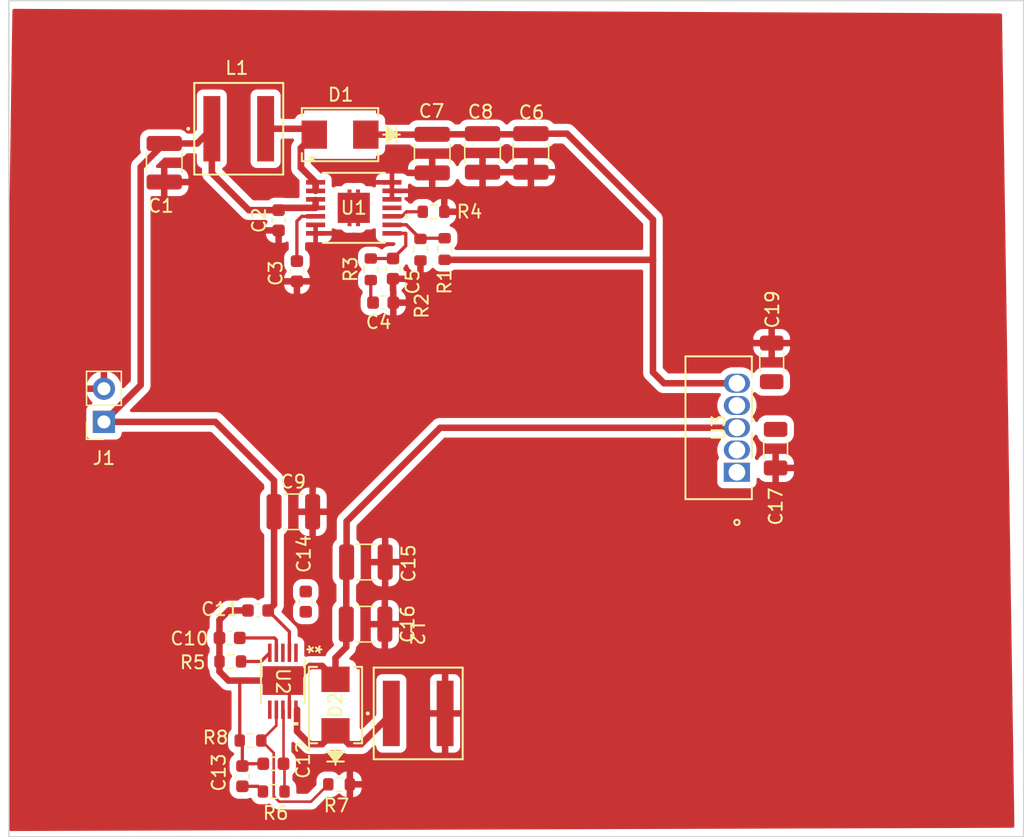
<source format=kicad_pcb>
(kicad_pcb (version 20221018) (generator pcbnew)
  (layers (0 "F.Cu" signal) (31 "B.Cu" signal) (34 "B.Paste" user) (35 "F.Paste" user) (36 "B.SilkS" user "B.Silkscreen") (37 "F.SilkS" user "F.Silkscreen") (38 "B.Mask" user) (39 "F.Mask" user) (44 "Edge.Cuts" user))
  (net 0 "")
  (net 1 "VCC")
  (net 2 "GND")
  (net 3 "+30V")
  (net 4 "-30V")
  (net 5 "/FB+")
  (net 6 "/SW")
  (net 7 "/FB-")
  (net 10 "/COMP+")
  (net 11 "/COMP-")
  (net 12 "Net-(U2-BOOT)")
  (net 13 "/PH")
  (net 14 "Net-(U2-SS{slash}TR)")
  (net 15 "Net-(U2-RT{slash}CLK)")
  (net 16 "/VIN")
  (net 17 "/Vfb")
  (net 18 "/Vo")
  (net 19 "Net-(U1-SS)")
  (net 20 "Net-(C4-Pad1)")
  (net 21 "Net-(U1-FREQ)")
  (net 23 "Net-(C13-Pad1)")
  (footprint "Resistor_SMD:R_0603_1608Metric" (layer "F.Cu") (at 152.263 68.825 -90)
    (fp_text reference "R1" (at 2.5 0 90) (layer "F.SilkS"))
    (fp_text value "232k")
    (fp_line (start -0.237258 -0.5225) (end 0.237258 -0.5225) (stroke (width 0.12)) (layer "F.SilkS"))
    (fp_line (start -0.237258 0.5225) (end 0.237258 0.5225) (stroke (width 0.12)) (layer "F.SilkS"))
    (pad "1" smd roundrect (at -0.825 0 270) (size 0.8 0.95) (layers "F.Cu" "F.Paste" "F.Mask") (net 5 "/FB+"))
    (pad "2" smd roundrect (at 0.825 0 270) (size 0.8 0.95) (layers "F.Cu" "F.Paste" "F.Mask") (net 3 "+30V"))
  )
  (footprint "TPS54260:DGQ10_1P88X1P57" (layer "F.Cu") (at 139.8894 101.886101 -90)
    (fp_text reference "U2" (at 0 0 -90 unlocked) (layer "F.SilkS"))
    (fp_text value "TPS54260DGQ")
    (fp_text user "*" (at -2.428999 -2.413 -90 unlocked) (layer "F.SilkS"))
    (fp_text user "*" (at -2.428999 -2.413 90) (layer "F.SilkS"))
    (fp_line (start -1.676999 1.676999) (end 1.676999 1.676999) (stroke (width 0.1524)) (layer "F.SilkS"))
    (fp_line (start 1.676999 -1.676999) (end -1.676999 -1.676999) (stroke (width 0.1524)) (layer "F.SilkS"))
    (fp_poly (pts (xy 3.382998 -1.190501) (xy 3.382998 -0.809501) (xy 3.128998 -0.809501) (xy 3.128998 -1.190501)) (fill solid) (layer "F.SilkS"))
    (pad "1" smd rect (at -2.174999 -1.000001 270) (size 1.399999 0.27) (layers "F.Cu" "F.Paste" "F.Mask") (net 12 "Net-(U2-BOOT)"))
    (pad "2" smd rect (at -2.174999 -0.499999 270) (size 1.399999 0.27) (layers "F.Cu" "F.Paste" "F.Mask") (net 1 "VCC"))
    (pad "3" smd rect (at -2.174999 0 270) (size 1.399999 0.27) (layers "F.Cu" "F.Paste" "F.Mask"))
    (pad "4" smd rect (at -2.174999 0.499999 270) (size 1.399999 0.27) (layers "F.Cu" "F.Paste" "F.Mask") (net 14 "Net-(U2-SS{slash}TR)"))
    (pad "5" smd rect (at -2.174999 1.000001 270) (size 1.399999 0.27) (layers "F.Cu" "F.Paste" "F.Mask") (net 15 "Net-(U2-RT{slash}CLK)"))
    (pad "6" smd rect (at 2.174999 1.000001 270) (size 1.399999 0.27) (layers "F.Cu" "F.Paste" "F.Mask"))
    (pad "7" smd rect (at 2.174999 0.499999 270) (size 1.399999 0.27) (layers "F.Cu" "F.Paste" "F.Mask") (net 7 "/FB-"))
    (pad "8" smd rect (at 2.174999 0 270) (size 1.399999 0.27) (layers "F.Cu" "F.Paste" "F.Mask") (net 11 "/COMP-"))
    (pad "9" smd rect (at -0.05 0 270) (size 2.2 3.1) (layers "F.Cu" "F.Paste" "F.Mask") (net 4 "-30V"))
    (pad "9" smd rect (at 2.174999 -0.499999 270) (size 1.399999 0.27) (layers "F.Cu" "F.Paste" "F.Mask") (net 4 "-30V"))
    (pad "10" smd rect (at 2.174999 -1.000001 270) (size 1.399999 0.27) (layers "F.Cu" "F.Paste" "F.Mask") (net 13 "/PH"))
  )
  (footprint "Capacitor_SMD:C_1210_3225Metric" (layer "F.Cu") (at 155.163 61.475 -90)
    (fp_text reference "C8" (at -3.15 0.15) (layer "F.SilkS"))
    (fp_text value "10u")
    (fp_line (start -0.711252 -1.36) (end 0.711252 -1.36) (stroke (width 0.12)) (layer "F.SilkS"))
    (fp_line (start -0.711252 1.36) (end 0.711252 1.36) (stroke (width 0.12)) (layer "F.SilkS"))
    (pad "1" smd roundrect (at -1.475 0 270) (size 1.15 2.7) (layers "F.Cu" "F.Paste" "F.Mask") (roundrect_rratio 0.217391) (net 3 "+30V"))
    (pad "2" smd roundrect (at 1.475 0 270) (size 1.15 2.7) (layers "F.Cu" "F.Paste" "F.Mask") (roundrect_rratio 0.217391) (net 2 "GND"))
  )
  (footprint "Capacitor_SMD:C_1210_3225Metric" (layer "F.Cu") (at 158.863 61.475 -90)
    (fp_text reference "C6" (at -3.1 -0.05) (layer "F.SilkS"))
    (fp_text value "10u")
    (fp_line (start -0.711252 -1.36) (end 0.711252 -1.36) (stroke (width 0.12)) (layer "F.SilkS"))
    (fp_line (start -0.711252 1.36) (end 0.711252 1.36) (stroke (width 0.12)) (layer "F.SilkS"))
    (pad "1" smd roundrect (at -1.475 0 270) (size 1.15 2.7) (layers "F.Cu" "F.Paste" "F.Mask") (roundrect_rratio 0.217391) (net 3 "+30V"))
    (pad "2" smd roundrect (at 1.475 0 270) (size 1.15 2.7) (layers "F.Cu" "F.Paste" "F.Mask") (roundrect_rratio 0.217391) (net 2 "GND"))
  )
  (footprint "OPA544T:KC5" (layer "F.Cu") (at 174.622 85.9015 90)
    (fp_text reference "U3" (at 3.4036 -1.397 90 unlocked) (layer "F.SilkS"))
    (fp_text value "OPA544T")
    (fp_line (start -2.0574 -3.937) (end -2.0574 1.143) (stroke (width 0.1524)) (layer "F.SilkS"))
    (fp_line (start -2.0574 1.143) (end -1.103942 1.143) (stroke (width 0.1524)) (layer "F.SilkS"))
    (fp_line (start 1.103942 1.143) (end 2.972091 1.143) (stroke (width 0.1524)) (layer "F.SilkS"))
    (fp_line (start 3.835109 1.143) (end 6.375691 1.143) (stroke (width 0.1524)) (layer "F.SilkS"))
    (fp_line (start 7.238709 1.143) (end 8.8646 1.143) (stroke (width 0.1524)) (layer "F.SilkS"))
    (fp_line (start 8.8646 -3.937) (end -2.0574 -3.937) (stroke (width 0.1524)) (layer "F.SilkS"))
    (fp_line (start 8.8646 1.143) (end 8.8646 -3.937) (stroke (width 0.1524)) (layer "F.SilkS"))
    (fp_circle (center -3.8354 0) (end -3.6322 0) (stroke (width 0.1524)) (fill none) (layer "F.SilkS"))
    (pad "1" thru_hole rect (at 0 0 90) (size 1.45 2) (drill 1.27) (layers "*.Cu" "*.Mask") (net 16 "/VIN"))
    (pad "2" thru_hole oval (at 1.7018 0 90) (size 1.45 2) (drill 1.27) (layers "*.Cu" "*.Mask") (net 17 "/Vfb"))
    (pad "3" thru_hole oval (at 3.4036 0 90) (size 1.45 2) (drill 1.27) (layers "*.Cu" "*.Mask") (net 4 "-30V"))
    (pad "4" thru_hole oval (at 5.1054 0 90) (size 1.45 2) (drill 1.27) (layers "*.Cu" "*.Mask") (net 18 "/Vo"))
    (pad "5" thru_hole oval (at 6.8072 0 90) (size 1.45 2) (drill 1.27) (layers "*.Cu" "*.Mask") (net 3 "+30V"))
  )
  (footprint "Resistor_SMD:R_0603_1608Metric" (layer "F.Cu") (at 151.413 65.975 180)
    (fp_text reference "R4" (at -2.75 0) (layer "F.SilkS"))
    (fp_text value "78k7")
    (fp_line (start -0.237258 -0.5225) (end 0.237258 -0.5225) (stroke (width 0.12)) (layer "F.SilkS"))
    (fp_line (start -0.237258 0.5225) (end 0.237258 0.5225) (stroke (width 0.12)) (layer "F.SilkS"))
    (pad "1" smd roundrect (at -0.825 0 180) (size 0.8 0.95) (layers "F.Cu" "F.Paste" "F.Mask") (net 2 "GND"))
    (pad "2" smd roundrect (at 0.825 0 180) (size 0.8 0.95) (layers "F.Cu" "F.Paste" "F.Mask") (net 21 "Net-(U1-FREQ)"))
  )
  (footprint "SSB44:DIODE_DO214AA_MBRS_VIS" (layer "F.Cu") (at 143.9144 103.713 90)
    (fp_text reference "D2" (at 0 0 90 unlocked) (layer "F.SilkS"))
    (fp_text value "4A 48V")
    (fp_line (start -4.318 -0.635) (end -4.318 0.635) (stroke (width 0.1524)) (layer "F.SilkS"))
    (fp_line (start -4.318 0) (end -3.556 -0.635) (stroke (width 0.1524)) (layer "F.SilkS"))
    (fp_line (start -4.318 0) (end -3.556 -0.508) (stroke (width 0.1524)) (layer "F.SilkS"))
    (fp_line (start -4.318 0) (end -3.556 -0.381) (stroke (width 0.1524)) (layer "F.SilkS"))
    (fp_line (start -4.318 0) (end -3.556 -0.254) (stroke (width 0.1524)) (layer "F.SilkS"))
    (fp_line (start -4.318 0) (end -3.556 -0.127) (stroke (width 0.1524)) (layer "F.SilkS"))
    (fp_line (start -4.318 0) (end -3.556 0.127) (stroke (width 0.1524)) (layer "F.SilkS"))
    (fp_line (start -4.318 0) (end -3.556 0.254) (stroke (width 0.1524)) (layer "F.SilkS"))
    (fp_line (start -4.318 0) (end -3.556 0.381) (stroke (width 0.1524)) (layer "F.SilkS"))
    (fp_line (start -4.318 0) (end -3.556 0.508) (stroke (width 0.1524)) (layer "F.SilkS"))
    (fp_line (start -4.318 0) (end -3.556 0.635) (stroke (width 0.1524)) (layer "F.SilkS"))
    (fp_line (start -3.556 -0.635) (end -3.556 0.635) (stroke (width 0.1524)) (layer "F.SilkS"))
    (fp_line (start -3.302 0) (end -4.572 0) (stroke (width 0.1524)) (layer "F.SilkS"))
    (fp_line (start -2.921 -2.032) (end -2.921 -1.41224) (stroke (width 0.1524)) (layer "F.SilkS"))
    (fp_line (start -2.921 1.41224) (end -2.921 2.032) (stroke (width 0.1524)) (layer "F.SilkS"))
    (fp_line (start -2.921 2.032) (end 2.921 2.032) (stroke (width 0.1524)) (layer "F.SilkS"))
    (fp_line (start 2.921 -2.032) (end -2.921 -2.032) (stroke (width 0.1524)) (layer "F.SilkS"))
    (fp_line (start 2.921 -1.41224) (end 2.921 -2.032) (stroke (width 0.1524)) (layer "F.SilkS"))
    (fp_line (start 2.921 2.032) (end 2.921 1.41224) (stroke (width 0.1524)) (layer "F.SilkS"))
    (pad "1" smd rect (at -1.9713 0 180) (size 2.159 1.945399) (layers "F.Cu" "F.Paste" "F.Mask") (net 13 "/PH"))
    (pad "2" smd rect (at 1.9713 0 180) (size 2.159 1.945399) (layers "F.Cu" "F.Paste" "F.Mask") (net 4 "-30V"))
    (zone (net 0) (net_name "") (layer "F.Cu") (connect_pads (clearance 0)) (min_thickness 0.254)
      (keepout (tracks not_allowed) (vias not_allowed) (pads allowed) (copperpour not_allowed) (footprints allowed))
      (fill (thermal_gap 0.508) (thermal_bridge_width 0.508))
      (polygon (pts (xy 142.0602 106.4562) (xy 142.0602 100.9698) (xy 142.7841 100.9698) (xy 142.7841 106.4562)))
    )
    (zone (net 0) (net_name "") (layer "F.Cu") (connect_pads (clearance 0)) (min_thickness 0.254)
      (keepout (tracks not_allowed) (vias not_allowed) (pads allowed) (copperpour not_allowed) (footprints allowed))
      (fill (thermal_gap 0.508) (thermal_bridge_width 0.508))
      (polygon (pts (xy 142.7841 104.660801) (xy 142.7841 102.765199) (xy 145.0447 102.765199) (xy 145.0447 104.660801)))
    )
    (zone (net 0) (net_name "") (layer "F.Cu") (connect_pads (clearance 0)) (min_thickness 0.254)
      (keepout (tracks not_allowed) (vias not_allowed) (pads allowed) (copperpour not_allowed) (footprints allowed))
      (fill (thermal_gap 0.508) (thermal_bridge_width 0.508))
      (polygon (pts (xy 145.0447 106.4562) (xy 145.0447 100.9698) (xy 145.7686 100.9698) (xy 145.7686 106.4562)))
    )
  )
  (footprint "Capacitor_SMD:C_1210_3225Metric" (layer "F.Cu") (at 151.313 61.525 -90)
    (fp_text reference "C7" (at -3.25 0.05) (layer "F.SilkS"))
    (fp_text value "10u")
    (fp_line (start -0.711252 -1.36) (end 0.711252 -1.36) (stroke (width 0.12)) (layer "F.SilkS"))
    (fp_line (start -0.711252 1.36) (end 0.711252 1.36) (stroke (width 0.12)) (layer "F.SilkS"))
    (pad "1" smd roundrect (at -1.475 0 270) (size 1.15 2.7) (layers "F.Cu" "F.Paste" "F.Mask") (roundrect_rratio 0.217391) (net 3 "+30V"))
    (pad "2" smd roundrect (at 1.475 0 270) (size 1.15 2.7) (layers "F.Cu" "F.Paste" "F.Mask") (roundrect_rratio 0.217391) (net 2 "GND"))
  )
  (footprint "Capacitor_SMD:C_0603_1608Metric" (layer "F.Cu") (at 139.1644 108.2 180)
    (fp_text reference "C12" (at -2.275 0.3 90) (layer "F.SilkS"))
    (fp_text value "2n2")
    (fp_line (start -0.14058 -0.51) (end 0.14058 -0.51) (stroke (width 0.12)) (layer "F.SilkS"))
    (fp_line (start -0.14058 0.51) (end 0.14058 0.51) (stroke (width 0.12)) (layer "F.SilkS"))
    (pad "1" smd roundrect (at -0.775 0 180) (size 0.9 0.95) (layers "F.Cu" "F.Paste" "F.Mask") (net 11 "/COMP-"))
    (pad "2" smd roundrect (at 0.775 0 180) (size 0.9 0.95) (layers "F.Cu" "F.Paste" "F.Mask") (net 4 "-30V"))
  )
  (footprint "Capacitor_SMD:C_0603_1608Metric" (layer "F.Cu") (at 135.8144 98.575 180)
    (fp_text reference "C10" (at 3.075 -0.05) (layer "F.SilkS"))
    (fp_text value "150n")
    (fp_line (start -0.14058 -0.51) (end 0.14058 -0.51) (stroke (width 0.12)) (layer "F.SilkS"))
    (fp_line (start -0.14058 0.51) (end 0.14058 0.51) (stroke (width 0.12)) (layer "F.SilkS"))
    (pad "1" smd roundrect (at -0.775 0 180) (size 0.9 0.95) (layers "F.Cu" "F.Paste" "F.Mask") (net 14 "Net-(U2-SS{slash}TR)"))
    (pad "2" smd roundrect (at 0.775 0 180) (size 0.9 0.95) (layers "F.Cu" "F.Paste" "F.Mask") (net 4 "-30V"))
  )
  (footprint "Connector_PinSocket_2.54mm:PinSocket_1x02_P2.54mm_Vertical" (layer "F.Cu") (at 126.2 82.05 180)
    (fp_text reference "J1" (at 0 -2.77) (layer "F.SilkS"))
    (fp_text value "Power_in")
    (fp_line (start -1.33 1.27) (end -1.33 3.87) (stroke (width 0.12)) (layer "F.SilkS"))
    (fp_line (start -1.33 1.27) (end 1.33 1.27) (stroke (width 0.12)) (layer "F.SilkS"))
    (fp_line (start -1.33 3.87) (end 1.33 3.87) (stroke (width 0.12)) (layer "F.SilkS"))
    (fp_line (start 0 -1.33) (end 1.33 -1.33) (stroke (width 0.12)) (layer "F.SilkS"))
    (fp_line (start 1.33 -1.33) (end 1.33 0) (stroke (width 0.12)) (layer "F.SilkS"))
    (fp_line (start 1.33 1.27) (end 1.33 3.87) (stroke (width 0.12)) (layer "F.SilkS"))
    (pad "1" thru_hole rect (at 0 0 180) (size 1.7 1.7) (drill 1) (layers "*.Cu" "*.Mask") (net 1 "VCC"))
    (pad "2" thru_hole oval (at 0 2.54 180) (size 1.7 1.7) (drill 1) (layers "*.Cu" "*.Mask") (net 2 "GND"))
  )
  (footprint "Resistor_SMD:R_0603_1608Metric" (layer "F.Cu") (at 137.4144 106.425)
    (fp_text reference "R8" (at -2.675 -0.225) (layer "F.SilkS"))
    (fp_text value "10k")
    (fp_line (start -0.237258 -0.5225) (end 0.237258 -0.5225) (stroke (width 0.12)) (layer "F.SilkS"))
    (fp_line (start -0.237258 0.5225) (end 0.237258 0.5225) (stroke (width 0.12)) (layer "F.SilkS"))
    (pad "1" smd roundrect (at -0.825 0) (size 0.8 0.95) (layers "F.Cu" "F.Paste" "F.Mask") (net 4 "-30V"))
    (pad "2" smd roundrect (at 0.825 0) (size 0.8 0.95) (layers "F.Cu" "F.Paste" "F.Mask") (net 7 "/FB-"))
  )
  (footprint "TPS55340:PWP14" (layer "F.Cu") (at 145.313 65.675)
    (fp_text reference "U1" (at 0 0 unlocked) (layer "F.SilkS"))
    (fp_text value "TPS55340PWP")
    (fp_text user "*" (at -3.175 -3.447834 unlocked) (layer "F.SilkS"))
    (fp_text user "*" (at -3.175 -3.447834) (layer "F.SilkS"))
    (fp_poly (pts (xy -0.175 -1.155) (xy -0.175 -1.405) (xy -0.475 -1.405) (xy -0.475 -1.155)) (fill solid) (layer "F.Cu"))
    (fp_poly (pts (xy -0.175 1.155) (xy -0.175 1.405) (xy -0.475 1.405) (xy -0.475 1.155)) (fill solid) (layer "F.Cu"))
    (fp_poly (pts (xy 0.175 -1.155) (xy 0.175 -1.405) (xy 0.475 -1.405) (xy 0.475 -1.155)) (fill solid) (layer "F.Cu"))
    (fp_poly (pts (xy 0.175 1.155) (xy 0.175 1.405) (xy 0.475 1.405) (xy 0.475 1.155)) (fill solid) (layer "F.Cu"))
    (fp_line (start -2.3749 2.6797) (end 2.3749 2.6797) (stroke (width 0.1524)) (layer "F.SilkS"))
    (fp_line (start 2.3749 -2.6797) (end -2.3749 -2.6797) (stroke (width 0.1524)) (layer "F.SilkS"))
    (fp_poly (pts (xy 4.159999 0.459511) (xy 4.159999 0.840511) (xy 3.905999 0.840511) (xy 3.905999 0.459511)) (fill solid) (layer "F.SilkS"))
    (pad "1" smd rect (at -2.921 -1.950034) (size 1.461999 0.3548) (layers "F.Cu" "F.Paste" "F.Mask") (net 6 "/SW"))
    (pad "2" smd rect (at -2.921 -1.300023) (size 1.461999 0.3548) (layers "F.Cu" "F.Paste" "F.Mask") (net 6 "/SW"))
    (pad "3" smd rect (at -2.921 -0.650011) (size 1.461999 0.3548) (layers "F.Cu" "F.Paste" "F.Mask") (net 1 "VCC"))
    (pad "4" smd rect (at -2.921 0) (size 1.461999 0.3548) (layers "F.Cu" "F.Paste" "F.Mask") (net 1 "VCC"))
    (pad "5" smd rect (at -2.921 0.650011) (size 1.461999 0.3548) (layers "F.Cu" "F.Paste" "F.Mask") (net 19 "Net-(U1-SS)"))
    (pad "6" smd rect (at -2.921 1.300023) (size 1.461999 0.3548) (layers "F.Cu" "F.Paste" "F.Mask") (net 2 "GND"))
    (pad "7" smd rect (at -2.921 1.950034) (size 1.461999 0.3548) (layers "F.Cu" "F.Paste" "F.Mask") (net 2 "GND"))
    (pad "8" smd rect (at 2.921 1.950034) (size 1.461999 0.3548) (layers "F.Cu" "F.Paste" "F.Mask") (net 10 "/COMP+"))
    (pad "9" smd rect (at 2.921 1.300023) (size 1.461999 0.3548) (layers "F.Cu" "F.Paste" "F.Mask") (net 5 "/FB+"))
    (pad "10" smd rect (at 2.921 0.650011) (size 1.461999 0.3548) (layers "F.Cu" "F.Paste" "F.Mask") (net 21 "Net-(U1-FREQ)"))
    (pad "11" smd rect (at 2.921 0) (size 1.461999 0.3548) (layers "F.Cu" "F.Paste" "F.Mask"))
    (pad "12" smd rect (at 2.921 -0.650011) (size 1.461999 0.3548) (layers "F.Cu" "F.Paste" "F.Mask") (net 2 "GND"))
    (pad "13" smd rect (at 2.921 -1.300023) (size 1.461999 0.3548) (layers "F.Cu" "F.Paste" "F.Mask") (net 2 "GND"))
    (pad "14" smd rect (at 2.921 -1.950034) (size 1.461999 0.3548) (layers "F.Cu" "F.Paste" "F.Mask") (net 2 "GND"))
    (pad "15" smd rect (at 0 0) (size 2.46 2.31) (layers "F.Cu" "F.Paste" "F.Mask") (net 2 "GND"))
  )
  (footprint "Capacitor_SMD:C_0603_1608Metric" (layer "F.Cu") (at 148.313 70.325 -90)
    (fp_text reference "C5" (at 1 -1.5 90) (layer "F.SilkS"))
    (fp_text value "150p")
    (fp_line (start -0.14058 -0.51) (end 0.14058 -0.51) (stroke (width 0.12)) (layer "F.SilkS"))
    (fp_line (start -0.14058 0.51) (end 0.14058 0.51) (stroke (width 0.12)) (layer "F.SilkS"))
    (pad "1" smd roundrect (at -0.775 0 270) (size 0.9 0.95) (layers "F.Cu" "F.Paste" "F.Mask") (net 10 "/COMP+"))
    (pad "2" smd roundrect (at 0.775 0 270) (size 0.9 0.95) (layers "F.Cu" "F.Paste" "F.Mask") (net 2 "GND"))
  )
  (footprint "Capacitor_SMD:C_1210_3225Metric" (layer "F.Cu") (at 146.2144 97.525 180)
    (fp_text reference "C16" (at -3.2214 0.0166 90) (layer "F.SilkS"))
    (fp_text value "10u")
    (fp_line (start -0.711252 -1.36) (end 0.711252 -1.36) (stroke (width 0.12)) (layer "F.SilkS"))
    (fp_line (start -0.711252 1.36) (end 0.711252 1.36) (stroke (width 0.12)) (layer "F.SilkS"))
    (pad "1" smd roundrect (at -1.475 0 180) (size 1.15 2.7) (layers "F.Cu" "F.Paste" "F.Mask") (roundrect_rratio 0.217391) (net 2 "GND"))
    (pad "2" smd roundrect (at 1.475 0 180) (size 1.15 2.7) (layers "F.Cu" "F.Paste" "F.Mask") (roundrect_rratio 0.217391) (net 4 "-30V"))
  )
  (footprint "Resistor_SMD:R_0603_1608Metric" (layer "F.Cu") (at 150.413 68.875 90)
    (fp_text reference "R2" (at -4.3 0.1 90) (layer "F.SilkS"))
    (fp_text value "10k")
    (fp_line (start -0.237258 -0.5225) (end 0.237258 -0.5225) (stroke (width 0.12)) (layer "F.SilkS"))
    (fp_line (start -0.237258 0.5225) (end 0.237258 0.5225) (stroke (width 0.12)) (layer "F.SilkS"))
    (pad "1" smd roundrect (at -0.825 0 90) (size 0.8 0.95) (layers "F.Cu" "F.Paste" "F.Mask") (net 2 "GND"))
    (pad "2" smd roundrect (at 0.825 0 90) (size 0.8 0.95) (layers "F.Cu" "F.Paste" "F.Mask") (net 5 "/FB+"))
  )
  (footprint "Capacitor_SMD:C_0603_1608Metric" (layer "F.Cu") (at 141.6394 95.8 90)
    (fp_text reference "C14" (at 3.6464 -0.1416 90) (layer "F.SilkS"))
    (fp_text value "100n")
    (fp_line (start -0.14058 -0.51) (end 0.14058 -0.51) (stroke (width 0.12)) (layer "F.SilkS"))
    (fp_line (start -0.14058 0.51) (end 0.14058 0.51) (stroke (width 0.12)) (layer "F.SilkS"))
    (pad "1" smd roundrect (at -0.775 0 90) (size 0.9 0.95) (layers "F.Cu" "F.Paste" "F.Mask") (net 12 "Net-(U2-BOOT)"))
    (pad "2" smd roundrect (at 0.775 0 90) (size 0.9 0.95) (layers "F.Cu" "F.Paste" "F.Mask") (net 13 "/PH"))
  )
  (footprint "SSB44:DIODE_DO214AA_MBRS_VIS" (layer "F.Cu") (at 144.263 60.075 180)
    (fp_text reference "D1" (at -0.05 3.05 unlocked) (layer "F.SilkS"))
    (fp_text value "4A 40V")
    (fp_line (start -4.318 -0.635) (end -4.318 0.635) (stroke (width 0.1524)) (layer "F.SilkS"))
    (fp_line (start -4.318 0) (end -3.556 -0.635) (stroke (width 0.1524)) (layer "F.SilkS"))
    (fp_line (start -4.318 0) (end -3.556 -0.508) (stroke (width 0.1524)) (layer "F.SilkS"))
    (fp_line (start -4.318 0) (end -3.556 -0.381) (stroke (width 0.1524)) (layer "F.SilkS"))
    (fp_line (start -4.318 0) (end -3.556 -0.254) (stroke (width 0.1524)) (layer "F.SilkS"))
    (fp_line (start -4.318 0) (end -3.556 -0.127) (stroke (width 0.1524)) (layer "F.SilkS"))
    (fp_line (start -4.318 0) (end -3.556 0.127) (stroke (width 0.1524)) (layer "F.SilkS"))
    (fp_line (start -4.318 0) (end -3.556 0.254) (stroke (width 0.1524)) (layer "F.SilkS"))
    (fp_line (start -4.318 0) (end -3.556 0.381) (stroke (width 0.1524)) (layer "F.SilkS"))
    (fp_line (start -4.318 0) (end -3.556 0.508) (stroke (width 0.1524)) (layer "F.SilkS"))
    (fp_line (start -4.318 0) (end -3.556 0.635) (stroke (width 0.1524)) (layer "F.SilkS"))
    (fp_line (start -3.556 -0.635) (end -3.556 0.635) (stroke (width 0.1524)) (layer "F.SilkS"))
    (fp_line (start -3.302 0) (end -4.572 0) (stroke (width 0.1524)) (layer "F.SilkS"))
    (fp_line (start -2.921 -2.032) (end -2.921 -1.41224) (stroke (width 0.1524)) (layer "F.SilkS"))
    (fp_line (start -2.921 1.41224) (end -2.921 2.032) (stroke (width 0.1524)) (layer "F.SilkS"))
    (fp_line (start -2.921 2.032) (end 2.921 2.032) (stroke (width 0.1524)) (layer "F.SilkS"))
    (fp_line (start 2.921 -2.032) (end -2.921 -2.032) (stroke (width 0.1524)) (layer "F.SilkS"))
    (fp_line (start 2.921 -1.41224) (end 2.921 -2.032) (stroke (width 0.1524)) (layer "F.SilkS"))
    (fp_line (start 2.921 2.032) (end 2.921 1.41224) (stroke (width 0.1524)) (layer "F.SilkS"))
    (pad "1" smd rect (at -1.9713 0 270) (size 2.159 1.945399) (layers "F.Cu" "F.Paste" "F.Mask") (net 3 "+30V"))
    (pad "2" smd rect (at 1.9713 0 270) (size 2.159 1.945399) (layers "F.Cu" "F.Paste" "F.Mask") (net 6 "/SW"))
    (zone (net 0) (net_name "") (layer "F.Cu") (connect_pads (clearance 0)) (min_thickness 0.254)
      (keepout (tracks not_allowed) (vias not_allowed) (pads allowed) (copperpour not_allowed) (footprints allowed))
      (fill (thermal_gap 0.508) (thermal_bridge_width 0.508))
      (polygon (pts (xy 145.210801 61.2053) (xy 143.315199 61.2053) (xy 143.315199 58.9447) (xy 145.210801 58.9447)))
    )
    (zone (net 0) (net_name "") (layer "F.Cu") (connect_pads (clearance 0)) (min_thickness 0.254)
      (keepout (tracks not_allowed) (vias not_allowed) (pads allowed) (copperpour not_allowed) (footprints allowed))
      (fill (thermal_gap 0.508) (thermal_bridge_width 0.508))
      (polygon (pts (xy 147.0062 58.9447) (xy 141.5198 58.9447) (xy 141.5198 58.2208) (xy 147.0062 58.2208)))
    )
    (zone (net 0) (net_name "") (layer "F.Cu") (connect_pads (clearance 0)) (min_thickness 0.254)
      (keepout (tracks not_allowed) (vias not_allowed) (pads allowed) (copperpour not_allowed) (footprints allowed))
      (fill (thermal_gap 0.508) (thermal_bridge_width 0.508))
      (polygon (pts (xy 147.0062 61.9292) (xy 141.5198 61.9292) (xy 141.5198 61.2053) (xy 147.0062 61.2053)))
    )
  )
  (footprint "Resistor_SMD:R_0603_1608Metric" (layer "F.Cu") (at 144.1894 109.775)
    (fp_text reference "R7" (at -0.2 1.625) (layer "F.SilkS"))
    (fp_text value "365k")
    (fp_line (start -0.237258 -0.5225) (end 0.237258 -0.5225) (stroke (width 0.12)) (layer "F.SilkS"))
    (fp_line (start -0.237258 0.5225) (end 0.237258 0.5225) (stroke (width 0.12)) (layer "F.SilkS"))
    (pad "1" smd roundrect (at -0.825 0) (size 0.8 0.95) (layers "F.Cu" "F.Paste" "F.Mask") (net 7 "/FB-"))
    (pad "2" smd roundrect (at 0.825 0) (size 0.8 0.95) (layers "F.Cu" "F.Paste" "F.Mask") (net 2 "GND"))
  )
  (footprint "Capacitor_SMD:C_1210_3225Metric" (layer "F.Cu") (at 146.2394 92.775 180)
    (fp_text reference "C15" (at -3.2714 -0.1084 90) (layer "F.SilkS"))
    (fp_text value "10u")
    (fp_line (start -0.711252 -1.36) (end 0.711252 -1.36) (stroke (width 0.12)) (layer "F.SilkS"))
    (fp_line (start -0.711252 1.36) (end 0.711252 1.36) (stroke (width 0.12)) (layer "F.SilkS"))
    (pad "1" smd roundrect (at -1.475 0 180) (size 1.15 2.7) (layers "F.Cu" "F.Paste" "F.Mask") (roundrect_rratio 0.217391) (net 2 "GND"))
    (pad "2" smd roundrect (at 1.475 0 180) (size 1.15 2.7) (layers "F.Cu" "F.Paste" "F.Mask") (roundrect_rratio 0.217391) (net 4 "-30V"))
  )
  (footprint "Capacitor_SMD:C_1210_3225Metric" (layer "F.Cu") (at 140.6894 88.925)
    (fp_text reference "C9" (at 0 -2.3) (layer "F.SilkS"))
    (fp_text value "56u")
    (fp_line (start -0.711252 -1.36) (end 0.711252 -1.36) (stroke (width 0.12)) (layer "F.SilkS"))
    (fp_line (start -0.711252 1.36) (end 0.711252 1.36) (stroke (width 0.12)) (layer "F.SilkS"))
    (pad "1" smd roundrect (at -1.475 0) (size 1.15 2.7) (layers "F.Cu" "F.Paste" "F.Mask") (roundrect_rratio 0.217391) (net 1 "VCC"))
    (pad "2" smd roundrect (at 1.475 0) (size 1.15 2.7) (layers "F.Cu" "F.Paste" "F.Mask") (roundrect_rratio 0.217391) (net 2 "GND"))
  )
  (footprint "XAL6060:IND_XAL60XX-240H_COC" (layer "F.Cu") (at 150.2426 104.35)
    (fp_text reference "L2" (at -0.0818 -6.0916 -90 unlocked) (layer "F.SilkS"))
    (fp_text value "100u")
    (fp_line (start -3.4036 -3.5052) (end -3.4036 3.5052) (stroke (width 0.1524)) (layer "F.SilkS"))
    (fp_line (start -3.4036 3.5052) (end 3.4036 3.5052) (stroke (width 0.1524)) (layer "F.SilkS"))
    (fp_line (start 3.4036 -3.5052) (end -3.4036 -3.5052) (stroke (width 0.1524)) (layer "F.SilkS"))
    (fp_line (start 3.4036 3.5052) (end 3.4036 -3.5052) (stroke (width 0.1524)) (layer "F.SilkS"))
    (fp_circle (center -3.8608 0) (end -3.7846 0) (stroke (width 0.1524)) (fill none) (layer "F.SilkS"))
    (pad "1" smd rect (at -2.0574 0) (size 1.2954 5.0038) (layers "F.Cu" "F.Paste" "F.Mask") (net 13 "/PH"))
    (pad "2" smd rect (at 2.0574 0) (size 1.2954 5.0038) (layers "F.Cu" "F.Paste" "F.Mask") (net 2 "GND"))
  )
  (footprint "Capacitor_SMD:C_0603_1608Metric" (layer "F.Cu") (at 147.563 72.925)
    (fp_text reference "C4" (at -0.35 1.5) (layer "F.SilkS"))
    (fp_text value "220n")
    (fp_line (start -0.14058 -0.51) (end 0.14058 -0.51) (stroke (width 0.12)) (layer "F.SilkS"))
    (fp_line (start -0.14058 0.51) (end 0.14058 0.51) (stroke (width 0.12)) (layer "F.SilkS"))
    (pad "1" smd roundrect (at -0.775 0) (size 0.9 0.95) (layers "F.Cu" "F.Paste" "F.Mask") (net 20 "Net-(C4-Pad1)"))
    (pad "2" smd roundrect (at 0.775 0) (size 0.9 0.95) (layers "F.Cu" "F.Paste" "F.Mask") (net 2 "GND"))
  )
  (footprint "XAL6060:IND_XAL60XX-240H_COC" (layer "F.Cu") (at 136.513 59.625)
    (fp_text reference "L1" (at -0.15 -4.65 unlocked) (layer "F.SilkS"))
    (fp_text value "47u")
    (fp_line (start -3.4036 -3.5052) (end -3.4036 3.5052) (stroke (width 0.1524)) (layer "F.SilkS"))
    (fp_line (start -3.4036 3.5052) (end 3.4036 3.5052) (stroke (width 0.1524)) (layer "F.SilkS"))
    (fp_line (start 3.4036 -3.5052) (end -3.4036 -3.5052) (stroke (width 0.1524)) (layer "F.SilkS"))
    (fp_line (start 3.4036 3.5052) (end 3.4036 -3.5052) (stroke (width 0.1524)) (layer "F.SilkS"))
    (fp_circle (center -3.8608 0) (end -3.7846 0) (stroke (width 0.1524)) (fill none) (layer "F.SilkS"))
    (pad "1" smd rect (at -2.0574 0) (size 1.2954 5.0038) (layers "F.Cu" "F.Paste" "F.Mask") (net 1 "VCC"))
    (pad "2" smd rect (at 2.0574 0) (size 1.2954 5.0038) (layers "F.Cu" "F.Paste" "F.Mask") (net 6 "/SW"))
  )
  (footprint "Capacitor_SMD:C_1206_3216Metric" (layer "F.Cu") (at 177.582 84.0961 90)
    (fp_text reference "C17" (at -4.4232 0.015 90) (layer "F.SilkS"))
    (fp_text value "100n")
    (fp_line (start -0.711252 -0.91) (end 0.711252 -0.91) (stroke (width 0.12)) (layer "F.SilkS"))
    (fp_line (start -0.711252 0.91) (end 0.711252 0.91) (stroke (width 0.12)) (layer "F.SilkS"))
    (pad "1" smd roundrect (at -1.475 0 90) (size 1.15 1.8) (layers "F.Cu" "F.Paste" "F.Mask") (roundrect_rratio 0.217391) (net 2 "GND"))
    (pad "2" smd roundrect (at 1.475 0 90) (size 1.15 1.8) (layers "F.Cu" "F.Paste" "F.Mask") (roundrect_rratio 0.217391) (net 4 "-30V"))
  )
  (footprint "Resistor_SMD:R_0603_1608Metric" (layer "F.Cu") (at 146.613 70.375 90)
    (fp_text reference "R3" (at 0 -1.55 90) (layer "F.SilkS"))
    (fp_text value "3k7")
    (fp_line (start -0.237258 -0.5225) (end 0.237258 -0.5225) (stroke (width 0.12)) (layer "F.SilkS"))
    (fp_line (start -0.237258 0.5225) (end 0.237258 0.5225) (stroke (width 0.12)) (layer "F.SilkS"))
    (pad "1" smd roundrect (at -0.825 0 90) (size 0.8 0.95) (layers "F.Cu" "F.Paste" "F.Mask") (net 20 "Net-(C4-Pad1)"))
    (pad "2" smd roundrect (at 0.825 0 90) (size 0.8 0.95) (layers "F.Cu" "F.Paste" "F.Mask") (net 10 "/COMP+"))
  )
  (footprint "Capacitor_SMD:C_0603_1608Metric" (layer "F.Cu") (at 136.7894 109.15 90)
    (fp_text reference "C13" (at 0.275 -1.8 90) (layer "F.SilkS"))
    (fp_text value "220n")
    (fp_line (start -0.14058 -0.51) (end 0.14058 -0.51) (stroke (width 0.12)) (layer "F.SilkS"))
    (fp_line (start -0.14058 0.51) (end 0.14058 0.51) (stroke (width 0.12)) (layer "F.SilkS"))
    (pad "1" smd roundrect (at -0.775 0 90) (size 0.9 0.95) (layers "F.Cu" "F.Paste" "F.Mask") (net 23 "Net-(C13-Pad1)"))
    (pad "2" smd roundrect (at 0.775 0 90) (size 0.9 0.95) (layers "F.Cu" "F.Paste" "F.Mask") (net 4 "-30V"))
  )
  (footprint "Capacitor_SMD:C_0603_1608Metric" (layer "F.Cu") (at 140.963 70.525 -90)
    (fp_text reference "C3" (at 0.15 1.625 90) (layer "F.SilkS"))
    (fp_text value "47n")
    (fp_line (start -0.14058 -0.51) (end 0.14058 -0.51) (stroke (width 0.12)) (layer "F.SilkS"))
    (fp_line (start -0.14058 0.51) (end 0.14058 0.51) (stroke (width 0.12)) (layer "F.SilkS"))
    (pad "1" smd roundrect (at -0.775 0 270) (size 0.9 0.95) (layers "F.Cu" "F.Paste" "F.Mask") (net 19 "Net-(U1-SS)"))
    (pad "2" smd roundrect (at 0.775 0 270) (size 0.9 0.95) (layers "F.Cu" "F.Paste" "F.Mask") (net 2 "GND"))
  )
  (footprint "Capacitor_SMD:C_0603_1608Metric" (layer "F.Cu") (at 139.563 66.625 -90)
    (fp_text reference "C2" (at 0 1.5 90) (layer "F.SilkS"))
    (fp_text value "100n")
    (fp_line (start -0.14058 -0.51) (end 0.14058 -0.51) (stroke (width 0.12)) (layer "F.SilkS"))
    (fp_line (start -0.14058 0.51) (end 0.14058 0.51) (stroke (width 0.12)) (layer "F.SilkS"))
    (pad "1" smd roundrect (at -0.775 0 270) (size 0.9 0.95) (layers "F.Cu" "F.Paste" "F.Mask") (net 1 "VCC"))
    (pad "2" smd roundrect (at 0.775 0 270) (size 0.9 0.95) (layers "F.Cu" "F.Paste" "F.Mask") (net 2 "GND"))
  )
  (footprint "Capacitor_SMD:C_1206_3216Metric" (layer "F.Cu") (at 177.282 77.4961 90)
    (fp_text reference "C19" (at 4.05 0.05 90) (layer "F.SilkS"))
    (fp_text value "100n")
    (fp_line (start -0.711252 -0.91) (end 0.711252 -0.91) (stroke (width 0.12)) (layer "F.SilkS"))
    (fp_line (start -0.711252 0.91) (end 0.711252 0.91) (stroke (width 0.12)) (layer "F.SilkS"))
    (pad "1" smd roundrect (at -1.475 0 90) (size 1.15 1.8) (layers "F.Cu" "F.Paste" "F.Mask") (roundrect_rratio 0.217391) (net 3 "+30V"))
    (pad "2" smd roundrect (at 1.475 0 90) (size 1.15 1.8) (layers "F.Cu" "F.Paste" "F.Mask") (roundrect_rratio 0.217391) (net 2 "GND"))
  )
  (footprint "Resistor_SMD:R_0603_1608Metric" (layer "F.Cu") (at 139.1894 110.325)
    (fp_text reference "R6" (at 0.15 1.65) (layer "F.SilkS"))
    (fp_text value "8k2")
    (fp_line (start -0.237258 -0.5225) (end 0.237258 -0.5225) (stroke (width 0.12)) (layer "F.SilkS"))
    (fp_line (start -0.237258 0.5225) (end 0.237258 0.5225) (stroke (width 0.12)) (layer "F.SilkS"))
    (pad "1" smd roundrect (at -0.825 0) (size 0.8 0.95) (layers "F.Cu" "F.Paste" "F.Mask") (net 23 "Net-(C13-Pad1)"))
    (pad "2" smd roundrect (at 0.825 0) (size 0.8 0.95) (layers "F.Cu" "F.Paste" "F.Mask") (net 11 "/COMP-"))
  )
  (footprint "Capacitor_SMD:C_0603_1608Metric" (layer "F.Cu") (at 137.9894 96.475 180)
    (fp_text reference "C11" (at 2.9 0.1) (layer "F.SilkS"))
    (fp_text value "1u")
    (fp_line (start -0.14058 -0.51) (end 0.14058 -0.51) (stroke (width 0.12)) (layer "F.SilkS"))
    (fp_line (start -0.14058 0.51) (end 0.14058 0.51) (stroke (width 0.12)) (layer "F.SilkS"))
    (pad "1" smd roundrect (at -0.775 0 180) (size 0.9 0.95) (layers "F.Cu" "F.Paste" "F.Mask") (net 1 "VCC"))
    (pad "2" smd roundrect (at 0.775 0 180) (size 0.9 0.95) (layers "F.Cu" "F.Paste" "F.Mask") (net 4 "-30V"))
  )
  (footprint "Resistor_SMD:R_0603_1608Metric" (layer "F.Cu") (at 135.8644 100.375)
    (fp_text reference "R5" (at -2.875 0.075) (layer "F.SilkS"))
    (fp_text value "300k")
    (fp_line (start -0.237258 -0.5225) (end 0.237258 -0.5225) (stroke (width 0.12)) (layer "F.SilkS"))
    (fp_line (start -0.237258 0.5225) (end 0.237258 0.5225) (stroke (width 0.12)) (layer "F.SilkS"))
    (pad "1" smd roundrect (at -0.825 0) (size 0.8 0.95) (layers "F.Cu" "F.Paste" "F.Mask") (net 4 "-30V"))
    (pad "2" smd roundrect (at 0.825 0) (size 0.8 0.95) (layers "F.Cu" "F.Paste" "F.Mask") (net 15 "Net-(U2-RT{slash}CLK)"))
  )
  (footprint "Capacitor_SMD:C_1210_3225Metric" (layer "F.Cu") (at 130.813 62.225 -90)
    (fp_text reference "C1" (at 3.3 0.25) (layer "F.SilkS"))
    (fp_text value "10u")
    (fp_line (start -0.711252 -1.36) (end 0.711252 -1.36) (stroke (width 0.12)) (layer "F.SilkS"))
    (fp_line (start -0.711252 1.36) (end 0.711252 1.36) (stroke (width 0.12)) (layer "F.SilkS"))
    (pad "1" smd roundrect (at -1.475 0 270) (size 1.15 2.7) (layers "F.Cu" "F.Paste" "F.Mask") (roundrect_rratio 0.217391) (net 1 "VCC"))
    (pad "2" smd roundrect (at 1.475 0 270) (size 1.15 2.7) (layers "F.Cu" "F.Paste" "F.Mask") (roundrect_rratio 0.217391) (net 2 "GND"))
  )
  (gr_rect (start 118.925 49.825) (end 196.5584 113.7786) (stroke (width 0.1)) (fill none) (layer "Edge.Cuts"))
  (segment (start 140.389399 98.099999) (end 140.389399 99.711102) (width 0.25) (layer "F.Cu") (net 1))
  (segment (start 134.4556 59.625) (end 134.4556 63.0176) (width 0.5) (layer "F.Cu") (net 1))
  (segment (start 138.7644 96.475) (end 140.389399 98.099999) (width 0.25) (layer "F.Cu") (net 1))
  (segment (start 139.563 65.85) (end 139.738 65.675) (width 0.5) (layer "F.Cu") (net 1))
  (segment (start 134.725 82.05) (end 139.2144 86.5394) (width 0.5) (layer "F.Cu") (net 1))
  (segment (start 134.4556 63.0176) (end 137.288 65.85) (width 0.5) (layer "F.Cu") (net 1))
  (segment (start 126.2 82.05) (end 129.013 79.237) (width 0.5) (layer "F.Cu") (net 1))
  (segment (start 137.288 65.85) (end 139.563 65.85) (width 0.5) (layer "F.Cu") (net 1))
  (segment (start 129.013 79.237) (end 129.013 62.55) (width 0.5) (layer "F.Cu") (net 1))
  (segment (start 142.392 65.075) (end 142.392 65.025) (width 0.25) (layer "F.Cu") (net 1))
  (segment (start 126.2 82.05) (end 134.725 82.05) (width 0.5) (layer "F.Cu") (net 1))
  (segment (start 133.3306 60.75) (end 134.4556 59.625) (width 0.5) (layer "F.Cu") (net 1))
  (segment (start 139.738 65.675) (end 142.392 65.675) (width 0.5) (layer "F.Cu") (net 1))
  (segment (start 129.013 62.55) (end 130.813 60.75) (width 0.5) (layer "F.Cu") (net 1))
  (segment (start 139.2144 96.025) (end 138.7644 96.475) (width 0.5) (layer "F.Cu") (net 1))
  (segment (start 139.2144 86.5394) (end 139.2144 88.925) (width 0.5) (layer "F.Cu") (net 1))
  (segment (start 139.2144 88.925) (end 139.2144 96.025) (width 0.5) (layer "F.Cu") (net 1))
  (segment (start 130.813 60.75) (end 133.3306 60.75) (width 0.5) (layer "F.Cu") (net 1))
  (segment (start 142.392 65.675) (end 142.392 65.075) (width 0.5) (layer "F.Cu") (net 1))
  (segment (start 152.263 69.65) (end 168.175 69.65) (width 0.5) (layer "F.Cu") (net 3))
  (segment (start 168.2 66.575) (end 168.2 69.625) (width 0.5) (layer "F.Cu") (net 3))
  (segment (start 151.288 60.075) (end 151.313 60.05) (width 0.5) (layer "F.Cu") (net 3))
  (segment (start 168.175 69.65) (end 168.2 69.625) (width 0.5) (layer "F.Cu") (net 3))
  (segment (start 158.863 60) (end 161.625 60) (width 0.5) (layer "F.Cu") (net 3))
  (segment (start 169.0443 79.0943) (end 174.622 79.0943) (width 0.5) (layer "F.Cu") (net 3))
  (segment (start 155.213 60.05) (end 158.813 60.05) (width 0.5) (layer "F.Cu") (net 3))
  (segment (start 168.2 69.625) (end 168.2 78.25) (width 0.5) (layer "F.Cu") (net 3))
  (segment (start 153.2381 60.05) (end 155.213 60.05) (width 0.5) (layer "F.Cu") (net 3))
  (segment (start 168.2 78.25) (end 169.0443 79.0943) (width 0.5) (layer "F.Cu") (net 3))
  (segment (start 158.813 60.05) (end 158.863 60) (width 0.5) (layer "F.Cu") (net 3))
  (segment (start 161.625 60) (end 168.2 66.575) (width 0.5) (layer "F.Cu") (net 3))
  (segment (start 151.313 60.05) (end 153.2381 60.05) (width 0.5) (layer "F.Cu") (net 3))
  (segment (start 146.2343 60.075) (end 151.288 60.075) (width 0.5) (layer "F.Cu") (net 3))
  (segment (start 155.213 60.05) (end 155.163 60) (width 0.25) (layer "F.Cu") (net 3))
  (segment (start 144.7644 92.775) (end 144.7644 89.6606) (width 0.5) (layer "F.Cu") (net 4))
  (segment (start 135.725501 101.836101) (end 136.7644 101.836101) (width 0.5) (layer "F.Cu") (net 4))
  (segment (start 135.0394 98.575) (end 135.0394 100.375) (width 0.5) (layer "F.Cu") (net 4))
  (segment (start 140.346499 102.2932) (end 139.8894 101.836101) (width 0.5) (layer "F.Cu") (net 4))
  (segment (start 136.7644 101.836101) (end 139.8894 101.836101) (width 0.5) (layer "F.Cu") (net 4))
  (segment (start 151.9271 82.4979) (end 174.622 82.4979) (width 0.5) (layer "F.Cu") (net 4))
  (segment (start 144.0894 101.2713) (end 144.084554 101.2713) (width 0.5) (layer "F.Cu") (net 4))
  (segment (start 140.389399 104.0611) (end 140.389399 102.3361) (width 0.25) (layer "F.Cu") (net 4))
  (segment (start 142.8925 100.7198) (end 143.9144 101.7417) (width 0.5) (layer "F.Cu") (net 4))
  (segment (start 143.9144 101.7417) (end 143.9144 100.1) (width 0.5) (layer "F.Cu") (net 4))
  (segment (start 136.5894 106.425) (end 136.5894 102.011101) (width 0.25) (layer "F.Cu") (net 4))
  (segment (start 138.3894 108.2) (end 136.9644 108.2) (width 0.25) (layer "F.Cu") (net 4))
  (segment (start 143.9144 100.1) (end 144.7394 99.275) (width 0.5) (layer "F.Cu") (net 4))
  (segment (start 141.956646 100.7198) (end 142.8925 100.7198) (width 0.5) (layer "F.Cu") (net 4))
  (segment (start 144.7644 89.6606) (end 151.9271 82.4979) (width 0.5) (layer "F.Cu") (net 4))
  (segment (start 144.7394 92.8) (end 144.7644 92.775) (width 0.5) (layer "F.Cu") (net 4))
  (segment (start 135.0394 100.375) (end 135.0394 101.15) (width 0.5) (layer "F.Cu") (net 4))
  (segment (start 136.9644 108.2) (end 136.7894 108.375) (width 0.25) (layer "F.Cu") (net 4))
  (segment (start 136.5894 102.011101) (end 136.7644 101.836101) (width 0.25) (layer "F.Cu") (net 4))
  (segment (start 140.389399 102.3361) (end 139.8894 101.836101) (width 0.25) (layer "F.Cu") (net 4))
  (segment (start 136.7894 108.375) (end 136.7894 106.625) (width 0.25) (layer "F.Cu") (net 4))
  (segment (start 137.2144 96.475) (end 135.7644 96.475) (width 0.5) (layer "F.Cu") (net 4))
  (segment (start 140.840345 101.836101) (end 141.956646 100.7198) (width 0.5) (layer "F.Cu") (net 4))
  (segment (start 135.0394 97.2) (end 135.0394 98.575) (width 0.5) (layer "F.Cu") (net 4))
  (segment (start 144.7394 97.525) (end 144.7394 99.275) (width 0.5) (layer "F.Cu") (net 4))
  (segment (start 135.7644 96.475) (end 135.0394 97.2) (width 0.5) (layer "F.Cu") (net 4))
  (segment (start 139.8894 101.836101) (end 140.840345 101.836101) (width 0.5) (layer "F.Cu") (net 4))
  (segment (start 144.7394 97.525) (end 144.7394 92.8) (width 0.5) (layer "F.Cu") (net 4))
  (segment (start 135.0394 101.15) (end 135.725501 101.836101) (width 0.5) (layer "F.Cu") (net 4))
  (segment (start 136.7894 106.625) (end 136.5894 106.425) (width 0.25) (layer "F.Cu") (net 4))
  (segment (start 150.413 68.05) (end 149.338023 66.975023) (width 0.25) (layer "F.Cu") (net 5))
  (segment (start 150.463 68) (end 150.413 68.05) (width 0.25) (layer "F.Cu") (net 5))
  (segment (start 149.338 66.975) (end 150.413 68.05) (width 0.25) (layer "F.Cu") (net 5))
  (segment (start 152.263 68) (end 150.463 68) (width 0.25) (layer "F.Cu") (net 5))
  (segment (start 148.234 66.975) (end 149.338 66.975) (width 0.25) (layer "F.Cu") (net 5))
  (segment (start 149.338023 66.975023) (end 148.234 66.975023) (width 0.25) (layer "F.Cu") (net 5))
  (segment (start 142.392 63.724966) (end 142.392 64.374977) (width 0.5) (layer "F.Cu") (net 6))
  (segment (start 142.2917 60.075) (end 141.2698 61.0969) (width 0.5) (layer "F.Cu") (net 6))
  (segment (start 141.2698 62.602766) (end 142.392 63.724966) (width 0.5) (layer "F.Cu") (net 6))
  (segment (start 141.2698 62.6028) (end 141.2698 61.0969) (width 0.5) (layer "F.Cu") (net 6))
  (segment (start 141.2698 61.0969) (end 141.2698 62.602766) (width 0.5) (layer "F.Cu") (net 6))
  (segment (start 138.5704 59.625) (end 141.8417 59.625) (width 0.5) (layer "F.Cu") (net 6))
  (segment (start 142.392 63.725) (end 141.2698 62.6028) (width 0.5) (layer "F.Cu") (net 6))
  (segment (start 142.392 64.375) (end 142.392 63.725) (width 0.5) (layer "F.Cu") (net 6))
  (segment (start 141.8417 59.625) (end 142.2917 60.075) (width 0.5) (layer "F.Cu") (net 6))
  (segment (start 139.1894 110.687648) (end 139.601752 111.1) (width 0.2) (layer "F.Cu") (net 7))
  (segment (start 139.389401 105.274999) (end 139.389401 104.0611) (width 0.2) (layer "F.Cu") (net 7))
  (segment (start 139.601752 111.1) (end 142.0394 111.1) (width 0.2) (layer "F.Cu") (net 7))
  (segment (start 142.0394 111.1) (end 143.3644 109.775) (width 0.2) (layer "F.Cu") (net 7))
  (segment (start 138.2394 106.425) (end 139.389401 105.274999) (width 0.2) (layer "F.Cu") (net 7))
  (segment (start 138.2394 106.425) (end 139.1894 107.375) (width 0.2) (layer "F.Cu") (net 7))
  (segment (start 139.1894 107.375) (end 139.1894 110.687648) (width 0.2) (layer "F.Cu") (net 7))
  (segment (start 149.2919 67.625) (end 149.2919 68.5711) (width 0.25) (layer "F.Cu") (net 10))
  (segment (start 148.313 69.55) (end 146.613 69.55) (width 0.25) (layer "F.Cu") (net 10))
  (segment (start 149.2919 68.5711) (end 148.313 69.55) (width 0.25) (layer "F.Cu") (net 10))
  (segment (start 148.234 67.625) (end 149.2919 67.625) (width 0.25) (layer "F.Cu") (net 10))
  (segment (start 140.0144 110.325) (end 140.0144 108.275) (width 0.2) (layer "F.Cu") (net 11))
  (segment (start 140.0144 108.275) (end 139.9394 108.2) (width 0.2) (layer "F.Cu") (net 11))
  (segment (start 139.9394 104.1111) (end 139.8894 104.0611) (width 0.2) (layer "F.Cu") (net 11))
  (segment (start 139.9394 108.2) (end 139.9394 104.1111) (width 0.2) (layer "F.Cu") (net 11))
  (segment (start 144.9363 106.7062) (end 145.872154 106.7062) (width 0.5) (layer "F.Cu") (net 13))
  (segment (start 141.956646 106.7062) (end 140.974399 105.723953) (width 0.5) (layer "F.Cu") (net 13))
  (segment (start 145.872154 106.7062) (end 148.1852 104.393154) (width 0.5) (layer "F.Cu") (net 13))
  (segment (start 142.8925 106.7062) (end 141.956646 106.7062) (width 0.5) (layer "F.Cu") (net 13))
  (segment (start 143.9144 105.6843) (end 144.9363 106.7062) (width 0.5) (layer "F.Cu") (net 13))
  (segment (start 143.9144 105.6843) (end 142.8925 106.7062) (width 0.5) (layer "F.Cu") (net 13))
  (segment (start 148.1852 104.393154) (end 148.1852 104.35) (width 0.5) (layer "F.Cu") (net 13))
  (segment (start 140.974399 105.723953) (end 140.974399 104.0611) (width 0.5) (layer "F.Cu") (net 13))
  (segment (start 139.389401 98.726105) (end 139.389401 99.711102) (width 0.25) (layer "F.Cu") (net 14))
  (segment (start 139.238296 98.575) (end 139.389401 98.726105) (width 0.25) (layer "F.Cu") (net 14))
  (segment (start 136.5894 98.575) (end 139.238296 98.575) (width 0.25) (layer "F.Cu") (net 14))
  (segment (start 136.6894 100.375) (end 138.225501 100.375) (width 0.25) (layer "F.Cu") (net 15))
  (segment (start 138.225501 100.375) (end 138.889399 99.711102) (width 0.25) (layer "F.Cu") (net 15))
  (segment (start 142.392 66.325) (end 141.3341 66.325) (width 0.25) (layer "F.Cu") (net 19))
  (segment (start 140.963 69.75) (end 140.963 66.6961) (width 0.25) (layer "F.Cu") (net 19))
  (segment (start 140.963 66.6961) (end 141.3341 66.325) (width 0.25) (layer "F.Cu") (net 19))
  (segment (start 146.788 72.925) (end 146.613 72.75) (width 0.25) (layer "F.Cu") (net 20))
  (segment (start 146.613 72.75) (end 146.613 71.2) (width 0.25) (layer "F.Cu") (net 20))
  (segment (start 148.234 66.325) (end 149 66.325) (width 0.25) (layer "F.Cu") (net 21))
  (segment (start 149.35 65.975) (end 149 66.325) (width 0.25) (layer "F.Cu") (net 21))
  (segment (start 150.588 65.975) (end 149.35 65.975) (width 0.25) (layer "F.Cu") (net 21))
  (segment (start 137.9644 109.925) (end 138.3644 110.325) (width 0.25) (layer "F.Cu") (net 23))
  (segment (start 136.7894 109.925) (end 137.9644 109.925) (width 0.25) (layer "F.Cu") (net 23))
  (zone (net 2) (net_name "GND") (layer "F.Cu") (connect_pads (clearance 0.5)) (min_thickness 0.25) (fill yes (thermal_gap 0.5) (thermal_bridge_width 0.5))
    (polygon (pts (xy 119.2 50.45) (xy 194.9 50.8) (xy 195.85 113.1) (xy 118.25 113.35)))
  )
)
</source>
